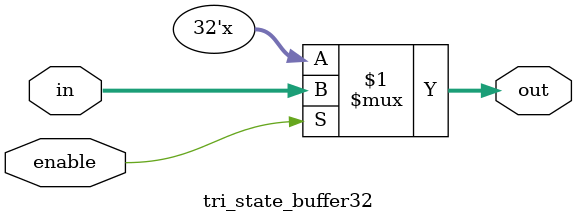
<source format=v>
module tri_state_buffer32(out, in, enable);
  input [31:0] in;
  input enable;
  output [31:0] out;

  assign out = enable ? in : 32'bzzzzzzzzzzzzzzzzzzzzzzzzzzzzzzzz;
endmodule
</source>
